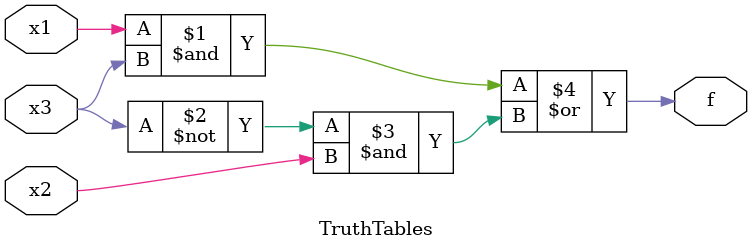
<source format=v>


module TruthTables
(
  input x3,
  input x2,
  input x1,
  output f
);

  assign f = x1 & x3 | ~x3 & x2;

endmodule


</source>
